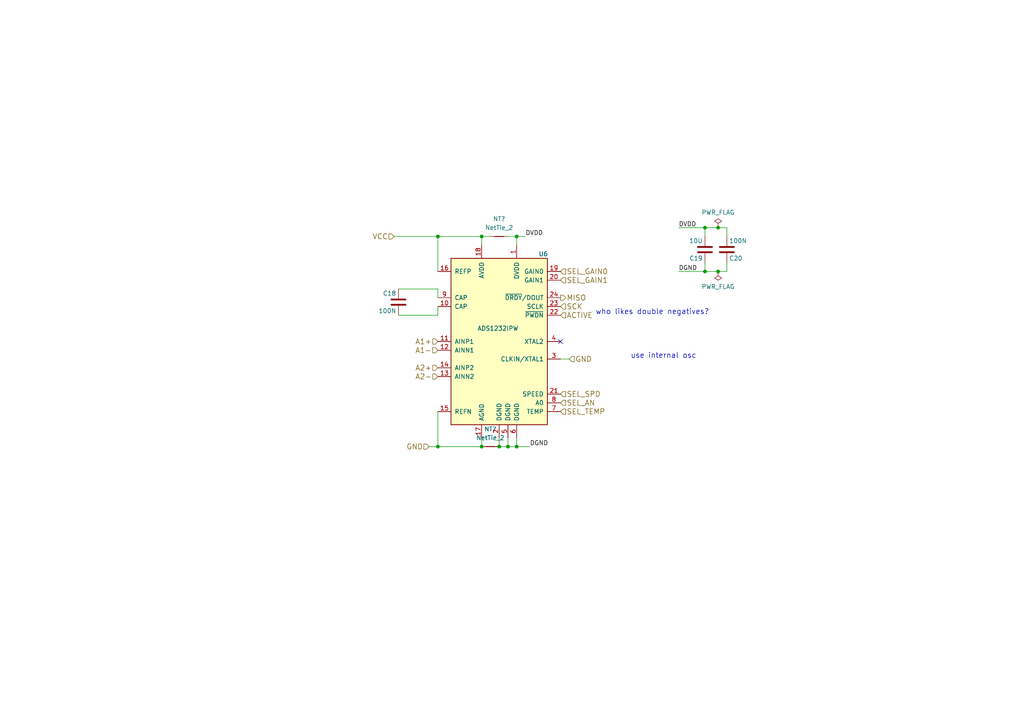
<source format=kicad_sch>
(kicad_sch (version 20211123) (generator eeschema)
  (paper "A4")
  (lib_symbols
    (symbol "Analog_ADC:ADS1232IPW" (pin_names (offset 1.016))
      (property "Reference" "U" (at -13.97 25.4 0))
      (property "Value" "ADS1232IPW" (at 7.62 25.4 0))
      (symbol "ADS1232IPW_0_1"
        (rectangle (start -13.97 24.13) (end 13.97 -24.13) (stroke (width 0.254)) (fill (type background)))
      )
      (symbol "ADS1232IPW_1_1"
        (pin power_in line (at 5.08 27.94 270) (length 3.81) (name "DVDD") (number "1"))
        (pin passive line (at -17.78 10.16 0) (length 3.81) (name "CAP") (number "10"))
        (pin input line (at -17.78 0 0) (length 3.81) (name "AINP1") (number "11"))
        (pin input line (at -17.78 -2.54 0) (length 3.81) (name "AINN1") (number "12"))
        (pin input line (at -17.78 -10.16 0) (length 3.81) (name "AINN2") (number "13"))
        (pin input line (at -17.78 -7.62 0) (length 3.81) (name "AINP2") (number "14"))
        (pin input line (at -17.78 -20.32 0) (length 3.81) (name "REFN") (number "15"))
        (pin input line (at -17.78 20.32 0) (length 3.81) (name "REFP") (number "16"))
        (pin power_in line (at -5.08 -27.94 90) (length 3.81) (name "AGND") (number "17"))
        (pin power_in line (at -5.08 27.94 270) (length 3.81) (name "AVDD") (number "18"))
        (pin input line (at 17.78 20.32 180) (length 3.81) (name "GAIN0") (number "19"))
        (pin power_in line (at 0 -27.94 90) (length 3.81) (name "DGND") (number "2"))
        (pin input line (at 17.78 17.78 180) (length 3.81) (name "GAIN1") (number "20"))
        (pin input line (at 17.78 -15.24 180) (length 3.81) (name "SPEED") (number "21"))
        (pin input line (at 17.78 7.62 180) (length 3.81) (name "~{PWDN}") (number "22"))
        (pin input line (at 17.78 10.16 180) (length 3.81) (name "SCLK") (number "23"))
        (pin output line (at 17.78 12.7 180) (length 3.81) (name "~{DRDY}/DOUT") (number "24"))
        (pin bidirectional line (at 17.78 -5.08 180) (length 3.81) (name "CLKIN/XTAL1") (number "3"))
        (pin bidirectional line (at 17.78 0 180) (length 3.81) (name "XTAL2") (number "4"))
        (pin power_in line (at 2.54 -27.94 90) (length 3.81) (name "DGND") (number "5"))
        (pin power_in line (at 5.08 -27.94 90) (length 3.81) (name "DGND") (number "6"))
        (pin input line (at 17.78 -20.32 180) (length 3.81) (name "TEMP") (number "7"))
        (pin input line (at 17.78 -17.78 180) (length 3.81) (name "A0") (number "8"))
        (pin passive line (at -17.78 12.7 0) (length 3.81) (name "CAP") (number "9"))
      )
    )
    (symbol "Device:C" (pin_numbers hide) (pin_names (offset 0.254))
      (property "Reference" "C" (at 0.635 2.54 0))
      (property "Value" "C" (at 0.635 -2.54 0))
      (symbol "C_0_1"
        (polyline (pts (xy -2.032 -0.762) (xy 2.032 -0.762)) (stroke (width 0.508)))
        (polyline (pts (xy -2.032 0.762) (xy 2.032 0.762)) (stroke (width 0.508)))
      )
      (symbol "C_1_1"
        (pin passive line (at 0 3.81 270) (length 2.794) (name "~") (number "1"))
        (pin passive line (at 0 -3.81 90) (length 2.794) (name "~") (number "2"))
      )
    )
    (symbol "Device:NetTie_2" (pin_numbers hide) (pin_names (offset 0) hide) (in_bom no)
      (property "Reference" "NT" (at 0 1.27 0))
      (property "Value" "NetTie_2" (at 0 -1.27 0))
      (symbol "NetTie_2_0_1"
        (polyline (pts (xy -1.27 0) (xy 1.27 0)) (stroke (width 0.254)))
      )
      (symbol "NetTie_2_1_1"
        (pin passive line (at -2.54 0 0) (length 2.54) (name "1") (number "1"))
        (pin passive line (at 2.54 0 180) (length 2.54) (name "2") (number "2"))
      )
    )
    (symbol "power:PWR_FLAG" (power) (pin_numbers hide) (pin_names (offset 0) hide)
      (property "Value" "PWR_FLAG" (at 0 3.81 0))
      (symbol "PWR_FLAG_0_0"
        (pin power_out line (at 0 0 90) (length 0) (name "pwr") (number "1"))
      )
      (symbol "PWR_FLAG_0_1"
        (polyline (pts (xy 0 0) (xy 0 1.27) (xy -1.016 1.905) (xy 0 2.54) (xy 1.016 1.905) (xy 0 1.27)))
      )
    )
  )
  (junction (at 208.28 78.74))
  (junction (at 204.47 66.04))
  (junction (at 149.86 129.54))
  (junction (at 147.32 129.54))
  (junction (at 139.7 129.54))
  (junction (at 127 68.58))
  (junction (at 204.47 78.74))
  (junction (at 144.78 129.54))
  (junction (at 139.7 68.58))
  (junction (at 208.28 66.04))
  (junction (at 149.86 68.58))
  (junction (at 127 129.54))
  (no_connect (at 162.56 99.06))
  (wire (pts (xy 124.46 129.54) (xy 127 129.54)))
  (wire (pts (xy 149.86 129.54) (xy 153.67 129.54)))
  (wire (pts (xy 147.32 129.54) (xy 147.32 127)))
  (wire (pts (xy 144.78 129.54) (xy 144.78 127)))
  (wire (pts (xy 149.86 129.54) (xy 149.86 127)))
  (wire (pts (xy 208.28 78.74) (xy 210.82 78.74)))
  (wire (pts (xy 162.56 104.14) (xy 165.1 104.14)))
  (wire (pts (xy 210.82 66.04) (xy 210.82 68.58)))
  (wire (pts (xy 210.82 78.74) (xy 210.82 76.2)))
  (wire (pts (xy 204.47 78.74) (xy 208.28 78.74)))
  (wire (pts (xy 127 83.82) (xy 115.57 83.82)))
  (wire (pts (xy 142.24 68.58) (xy 139.7 68.58)))
  (wire (pts (xy 127 129.54) (xy 139.7 129.54)))
  (wire (pts (xy 208.28 66.04) (xy 204.47 66.04)))
  (wire (pts (xy 114.3 68.58) (xy 127 68.58)))
  (wire (pts (xy 147.32 68.58) (xy 149.86 68.58)))
  (wire (pts (xy 147.32 129.54) (xy 149.86 129.54)))
  (wire (pts (xy 127 86.36) (xy 127 83.82)))
  (wire (pts (xy 204.47 66.04) (xy 204.47 68.58)))
  (wire (pts (xy 149.86 68.58) (xy 149.86 71.12)))
  (wire (pts (xy 196.85 66.04) (xy 204.47 66.04)))
  (wire (pts (xy 144.78 129.54) (xy 147.32 129.54)))
  (wire (pts (xy 127 91.44) (xy 127 88.9)))
  (wire (pts (xy 196.85 78.74) (xy 204.47 78.74)))
  (wire (pts (xy 139.7 129.54) (xy 139.7 127)))
  (wire (pts (xy 127 119.38) (xy 127 129.54)))
  (wire (pts (xy 127 78.74) (xy 127 68.58)))
  (wire (pts (xy 115.57 91.44) (xy 127 91.44)))
  (wire (pts (xy 152.4 68.58) (xy 149.86 68.58)))
  (wire (pts (xy 204.47 78.74) (xy 204.47 76.2)))
  (wire (pts (xy 139.7 68.58) (xy 139.7 71.12)))
  (wire (pts (xy 210.82 66.04) (xy 208.28 66.04)))
  (wire (pts (xy 139.7 68.58) (xy 127 68.58)))
  (text "use internal osc" (at 182.88 104.14 0) (effects (font (size 1.524 1.524)) (justify left bottom)))
  (text "who likes double negatives?" (at 172.72 91.44 0) (effects (font (size 1.524 1.524)) (justify left bottom)))
  (label "DVDD" (at 196.85 66.04 0))
  (label "DGND" (at 196.85 78.74 0))
  (label "DGND" (at 153.67 129.54 0))
  (label "DVDD" (at 152.4 68.58 0))
  (hierarchical_label "SEL_GAIN0" (shape input) (at 162.56 78.74 0) (effects (font (size 1.524 1.524))))
  (hierarchical_label "SCK" (shape input) (at 162.56 88.9 0) (effects (font (size 1.524 1.524))))
  (hierarchical_label "GND" (shape input) (at 124.46 129.54 180) (effects (font (size 1.524 1.524))))
  (hierarchical_label "SEL_TEMP" (shape input) (at 162.56 119.38 0) (effects (font (size 1.524 1.524))))
  (hierarchical_label "ACTIVE" (shape input) (at 162.56 91.44 0) (effects (font (size 1.524 1.524))))
  (hierarchical_label "A1+" (shape input) (at 127 99.06 180) (effects (font (size 1.524 1.524))))
  (hierarchical_label "SEL_AN" (shape input) (at 162.56 116.84 0) (effects (font (size 1.524 1.524))))
  (hierarchical_label "A1-" (shape input) (at 127 101.6 180) (effects (font (size 1.524 1.524))))
  (hierarchical_label "GND" (shape input) (at 165.1 104.14 0) (effects (font (size 1.524 1.524))))
  (hierarchical_label "A2-" (shape input) (at 127 109.22 180) (effects (font (size 1.524 1.524))))
  (hierarchical_label "VCC" (shape input) (at 114.3 68.58 180) (effects (font (size 1.524 1.524))))
  (hierarchical_label "A2+" (shape input) (at 127 106.68 180) (effects (font (size 1.524 1.524))))
  (hierarchical_label "SEL_SPD" (shape input) (at 162.56 114.3 0) (effects (font (size 1.524 1.524))))
  (hierarchical_label "SEL_GAIN1" (shape input) (at 162.56 81.28 0) (effects (font (size 1.524 1.524))))
  (hierarchical_label "MISO" (shape output) (at 162.56 86.36 0) (effects (font (size 1.524 1.524))))
  (symbol (lib_id "Analog_ADC:ADS1232IPW") (at 144.78 99.06 0) (unit 1)
    (property "Reference" "U6" (at 156.21 73.66 0) (effects (justify left)))
    (property "Value" "ADS1232IPW" (at 138.43 95.25 0) (effects (justify left)))
    (property "Footprint" "Package_SO:TSSOP-24_4.4x7.8mm_P0.65mm" (effects hide))
  )
  (symbol (lib_id "Device:C") (at 210.82 72.39 0) (mirror x) (unit 1)
    (property "Reference" "C20" (at 211.455 74.93 0) (effects (justify left)))
    (property "Value" "100N" (at 211.455 69.85 0) (effects (justify left)))
    (property "Footprint" "Capacitor_SMD:C_0603_1608Metric" (effects hide))
  )
  (symbol (lib_id "Device:C") (at 204.47 72.39 180) (unit 1)
    (property "Reference" "C19" (at 203.835 74.93 0) (effects (justify left)))
    (property "Value" "10U" (at 203.835 69.85 0) (effects (justify left)))
    (property "Footprint" "Capacitor_SMD:C_0805_2012Metric" (effects hide))
  )
  (symbol (lib_id "Device:C") (at 115.57 87.63 0) (mirror y) (unit 1)
    (property "Reference" "C18" (at 114.935 85.09 0) (effects (justify left)))
    (property "Value" "100N" (at 114.935 90.17 0) (effects (justify left)))
    (property "Footprint" "Capacitor_SMD:C_0603_1608Metric" (effects hide))
  )
  (symbol (lib_id "power:PWR_FLAG") (at 208.28 66.04 0) (unit 1)
    (property "Reference" "#FLG0101" (effects hide))
    (property "Value" "PWR_FLAG" (at 208.28 61.6204 0))
  )
  (symbol (lib_id "power:PWR_FLAG") (at 208.28 78.74 0) (mirror x) (unit 1)
    (property "Reference" "#FLG0102" (effects hide))
    (property "Value" "PWR_FLAG" (at 208.28 83.1596 0))
  )
  (symbol (lib_id "Device:NetTie_2") (at 142.24 129.54 0) (mirror y) (unit 1) (in_bom no)
    (property "Reference" "NT?" (at 142.24 124.46 0))
    (property "Value" "NetTie_2" (at 142.24 127 0))
  )
  (symbol (lib_id "Device:NetTie_2") (at 144.78 68.58 0) (unit 1) (in_bom no)
    (property "Reference" "NT?" (at 144.78 63.5 0))
    (property "Value" "NetTie_2" (at 144.78 66.04 0))
  )
)
</source>
